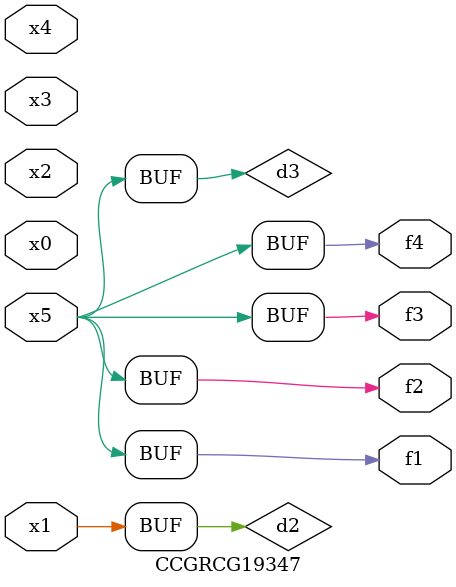
<source format=v>
module CCGRCG19347(
	input x0, x1, x2, x3, x4, x5,
	output f1, f2, f3, f4
);

	wire d1, d2, d3;

	not (d1, x5);
	or (d2, x1);
	xnor (d3, d1);
	assign f1 = d3;
	assign f2 = d3;
	assign f3 = d3;
	assign f4 = d3;
endmodule

</source>
